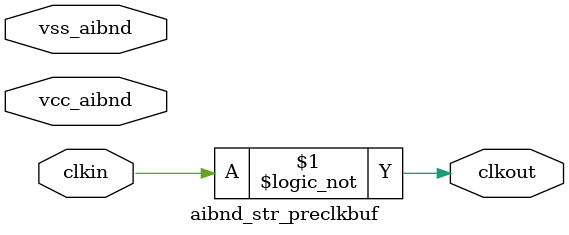
<source format=v>

module aibnd_str_preclkbuf ( clkout, clkin, vcc_aibnd, vss_aibnd );

output  clkout;

input  clkin, vcc_aibnd, vss_aibnd;

wire clkin, clkout; // Conversion Sript Generated


// specify 
//     specparam CDS_LIBNAME  = "aibnd_lib";
//     specparam CDS_CELLNAME = "aibnd_str_preclkbuf";
//     specparam CDS_VIEWNAME = "schematic";
// endspecify

assign clkout = !clkin;

endmodule


</source>
